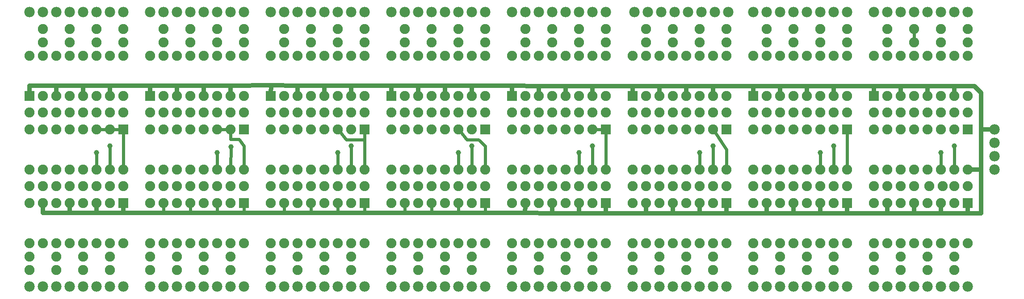
<source format=gtl>
G04 MADE WITH FRITZING*
G04 WWW.FRITZING.ORG*
G04 DOUBLE SIDED*
G04 HOLES PLATED*
G04 CONTOUR ON CENTER OF CONTOUR VECTOR*
%ASAXBY*%
%FSLAX23Y23*%
%MOIN*%
%OFA0B0*%
%SFA1.0B1.0*%
%ADD10C,0.039370*%
%ADD11C,0.078000*%
%ADD12C,0.075000*%
%ADD13R,0.075000X0.075000*%
%ADD14C,0.024000*%
%ADD15C,0.032000*%
%LNCOPPER1*%
G90*
G70*
G54D10*
X5257Y1179D03*
X5157Y1129D03*
X6057Y1129D03*
X6157Y1179D03*
X7057Y1179D03*
X6957Y1129D03*
X4356Y1179D03*
X4257Y1129D03*
X757Y1179D03*
X657Y1129D03*
X3456Y1179D03*
X3357Y1129D03*
X1658Y1175D03*
X1557Y1129D03*
X2457Y1129D03*
X2556Y1179D03*
G54D11*
X4457Y2179D03*
X4357Y2179D03*
X4257Y2179D03*
X4157Y2179D03*
X4057Y2179D03*
X3957Y2179D03*
X3857Y2179D03*
X3757Y2179D03*
X5369Y2179D03*
X5269Y2179D03*
X5169Y2179D03*
X5069Y2179D03*
X4969Y2179D03*
X4869Y2179D03*
X4769Y2179D03*
X4669Y2179D03*
X6257Y2179D03*
X6157Y2179D03*
X6057Y2179D03*
X5957Y2179D03*
X5857Y2179D03*
X5757Y2179D03*
X5657Y2179D03*
X5557Y2179D03*
X7157Y2179D03*
X7057Y2179D03*
X6957Y2179D03*
X6857Y2179D03*
X6757Y2179D03*
X6657Y2179D03*
X6557Y2179D03*
X6457Y2179D03*
G54D12*
X857Y1304D03*
X857Y1004D03*
X757Y1304D03*
X757Y1004D03*
X657Y1304D03*
X657Y1004D03*
X557Y1304D03*
X557Y1004D03*
X457Y1304D03*
X457Y1004D03*
X357Y1304D03*
X357Y1004D03*
X257Y1304D03*
X257Y1004D03*
X157Y1304D03*
X157Y1004D03*
X1757Y1304D03*
X1757Y1004D03*
X1657Y1304D03*
X1657Y1004D03*
X1557Y1304D03*
X1557Y1004D03*
X1457Y1304D03*
X1457Y1004D03*
X1357Y1304D03*
X1357Y1004D03*
X1257Y1304D03*
X1257Y1004D03*
X1157Y1304D03*
X1157Y1004D03*
X1057Y1304D03*
X1057Y1004D03*
X2657Y1304D03*
X2657Y1004D03*
X2557Y1304D03*
X2557Y1004D03*
X2457Y1304D03*
X2457Y1004D03*
X2357Y1304D03*
X2357Y1004D03*
X2257Y1304D03*
X2257Y1004D03*
X2157Y1304D03*
X2157Y1004D03*
X2057Y1304D03*
X2057Y1004D03*
X1957Y1304D03*
X1957Y1004D03*
X3557Y1304D03*
X3557Y1004D03*
X3457Y1304D03*
X3457Y1004D03*
X3357Y1304D03*
X3357Y1004D03*
X3257Y1304D03*
X3257Y1004D03*
X3157Y1304D03*
X3157Y1004D03*
X3057Y1304D03*
X3057Y1004D03*
X2957Y1304D03*
X2957Y1004D03*
X2857Y1304D03*
X2857Y1004D03*
X4457Y1304D03*
X4457Y1004D03*
X4357Y1304D03*
X4357Y1004D03*
X4257Y1304D03*
X4257Y1004D03*
X4157Y1304D03*
X4157Y1004D03*
X4057Y1304D03*
X4057Y1004D03*
X3957Y1304D03*
X3957Y1004D03*
X3857Y1304D03*
X3857Y1004D03*
X3757Y1304D03*
X3757Y1004D03*
X5357Y1304D03*
X5357Y1004D03*
X5257Y1304D03*
X5257Y1004D03*
X5157Y1304D03*
X5157Y1004D03*
X5057Y1304D03*
X5057Y1004D03*
X4957Y1304D03*
X4957Y1004D03*
X4857Y1304D03*
X4857Y1004D03*
X4757Y1304D03*
X4757Y1004D03*
X4657Y1304D03*
X4657Y1004D03*
X6257Y1304D03*
X6257Y1004D03*
X6157Y1304D03*
X6157Y1004D03*
X6057Y1304D03*
X6057Y1004D03*
X5957Y1304D03*
X5957Y1004D03*
X5857Y1304D03*
X5857Y1004D03*
X5757Y1304D03*
X5757Y1004D03*
X5657Y1304D03*
X5657Y1004D03*
X5557Y1304D03*
X5557Y1004D03*
X7157Y1304D03*
X7157Y1004D03*
X7057Y1304D03*
X7057Y1004D03*
X6957Y1304D03*
X6957Y1004D03*
X6857Y1304D03*
X6857Y1004D03*
X6757Y1304D03*
X6757Y1004D03*
X6657Y1304D03*
X6657Y1004D03*
X6557Y1304D03*
X6557Y1004D03*
X6457Y1304D03*
X6457Y1004D03*
G54D11*
X7357Y1304D03*
X7357Y1204D03*
X7357Y1104D03*
X7357Y1004D03*
G54D12*
X857Y754D03*
X857Y454D03*
X757Y754D03*
X757Y454D03*
X657Y754D03*
X657Y454D03*
X557Y754D03*
X557Y454D03*
X457Y754D03*
X457Y454D03*
X357Y754D03*
X357Y454D03*
X257Y754D03*
X257Y454D03*
X157Y754D03*
X157Y454D03*
X1757Y754D03*
X1757Y454D03*
X1657Y754D03*
X1657Y454D03*
X1557Y754D03*
X1557Y454D03*
X1457Y754D03*
X1457Y454D03*
X1357Y754D03*
X1357Y454D03*
X1257Y754D03*
X1257Y454D03*
X1157Y754D03*
X1157Y454D03*
X1057Y754D03*
X1057Y454D03*
X2657Y754D03*
X2657Y454D03*
X2557Y754D03*
X2557Y454D03*
X2457Y754D03*
X2457Y454D03*
X2357Y754D03*
X2357Y454D03*
X2257Y754D03*
X2257Y454D03*
X2157Y754D03*
X2157Y454D03*
X2057Y754D03*
X2057Y454D03*
X1957Y754D03*
X1957Y454D03*
X3557Y754D03*
X3557Y454D03*
X3457Y754D03*
X3457Y454D03*
X3357Y754D03*
X3357Y454D03*
X3257Y754D03*
X3257Y454D03*
X3157Y754D03*
X3157Y454D03*
X3057Y754D03*
X3057Y454D03*
X2957Y754D03*
X2957Y454D03*
X2857Y754D03*
X2857Y454D03*
X4457Y754D03*
X4457Y454D03*
X4357Y754D03*
X4357Y454D03*
X4257Y754D03*
X4257Y454D03*
X4157Y754D03*
X4157Y454D03*
X4057Y754D03*
X4057Y454D03*
X3957Y754D03*
X3957Y454D03*
X3857Y754D03*
X3857Y454D03*
X3757Y754D03*
X3757Y454D03*
X5357Y754D03*
X5357Y454D03*
X5257Y754D03*
X5257Y454D03*
X5157Y754D03*
X5157Y454D03*
X5057Y754D03*
X5057Y454D03*
X4957Y754D03*
X4957Y454D03*
X4857Y754D03*
X4857Y454D03*
X4757Y754D03*
X4757Y454D03*
X4657Y754D03*
X4657Y454D03*
X6257Y754D03*
X6257Y454D03*
X6157Y754D03*
X6157Y454D03*
X6057Y754D03*
X6057Y454D03*
X5957Y754D03*
X5957Y454D03*
X5857Y754D03*
X5857Y454D03*
X5757Y754D03*
X5757Y454D03*
X5657Y754D03*
X5657Y454D03*
X5557Y754D03*
X5557Y454D03*
X7156Y753D03*
X7156Y453D03*
X7056Y753D03*
X7056Y453D03*
X6956Y753D03*
X6956Y453D03*
X6856Y753D03*
X6856Y453D03*
X6756Y753D03*
X6756Y453D03*
X6656Y753D03*
X6656Y453D03*
X6556Y753D03*
X6556Y453D03*
X6456Y753D03*
X6456Y453D03*
X157Y1554D03*
X157Y1854D03*
X257Y1554D03*
X257Y1854D03*
X357Y1554D03*
X357Y1854D03*
X457Y1554D03*
X457Y1854D03*
X557Y1554D03*
X557Y1854D03*
X657Y1554D03*
X657Y1854D03*
X757Y1554D03*
X757Y1854D03*
X857Y1554D03*
X857Y1854D03*
X1057Y1554D03*
X1057Y1854D03*
X1157Y1554D03*
X1157Y1854D03*
X1257Y1554D03*
X1257Y1854D03*
X1357Y1554D03*
X1357Y1854D03*
X1457Y1554D03*
X1457Y1854D03*
X1557Y1554D03*
X1557Y1854D03*
X1657Y1554D03*
X1657Y1854D03*
X1757Y1554D03*
X1757Y1854D03*
X1957Y1554D03*
X1957Y1854D03*
X2057Y1554D03*
X2057Y1854D03*
X2157Y1554D03*
X2157Y1854D03*
X2257Y1554D03*
X2257Y1854D03*
X2357Y1554D03*
X2357Y1854D03*
X2457Y1554D03*
X2457Y1854D03*
X2557Y1554D03*
X2557Y1854D03*
X2657Y1554D03*
X2657Y1854D03*
X2857Y1554D03*
X2857Y1854D03*
X2957Y1554D03*
X2957Y1854D03*
X3057Y1554D03*
X3057Y1854D03*
X3157Y1554D03*
X3157Y1854D03*
X3257Y1554D03*
X3257Y1854D03*
X3357Y1554D03*
X3357Y1854D03*
X3457Y1554D03*
X3457Y1854D03*
X3557Y1554D03*
X3557Y1854D03*
X3757Y1554D03*
X3757Y1854D03*
X3857Y1554D03*
X3857Y1854D03*
X3957Y1554D03*
X3957Y1854D03*
X4057Y1554D03*
X4057Y1854D03*
X4157Y1554D03*
X4157Y1854D03*
X4257Y1554D03*
X4257Y1854D03*
X4357Y1554D03*
X4357Y1854D03*
X4457Y1554D03*
X4457Y1854D03*
X5557Y1553D03*
X5557Y1853D03*
X5657Y1553D03*
X5657Y1853D03*
X5757Y1553D03*
X5757Y1853D03*
X5857Y1553D03*
X5857Y1853D03*
X5957Y1553D03*
X5957Y1853D03*
X6057Y1553D03*
X6057Y1853D03*
X6157Y1553D03*
X6157Y1853D03*
X6257Y1553D03*
X6257Y1853D03*
X4657Y1554D03*
X4657Y1854D03*
X4757Y1554D03*
X4757Y1854D03*
X4857Y1554D03*
X4857Y1854D03*
X4957Y1554D03*
X4957Y1854D03*
X5057Y1554D03*
X5057Y1854D03*
X5157Y1554D03*
X5157Y1854D03*
X5257Y1554D03*
X5257Y1854D03*
X5357Y1554D03*
X5357Y1854D03*
X6457Y1553D03*
X6457Y1853D03*
X6557Y1553D03*
X6557Y1853D03*
X6657Y1553D03*
X6657Y1853D03*
X6757Y1553D03*
X6757Y1853D03*
X6857Y1553D03*
X6857Y1853D03*
X6957Y1553D03*
X6957Y1853D03*
X7057Y1553D03*
X7057Y1853D03*
X7157Y1553D03*
X7157Y1853D03*
X7157Y1954D03*
X7157Y2054D03*
X6757Y2054D03*
X6757Y1954D03*
X5357Y2054D03*
X5357Y1954D03*
X6257Y2054D03*
X6257Y1954D03*
X5157Y2054D03*
X5157Y1954D03*
X6057Y2054D03*
X6057Y1954D03*
X4957Y2054D03*
X4957Y1954D03*
X5857Y2054D03*
X5857Y1954D03*
X4757Y2054D03*
X4757Y1954D03*
X5657Y2054D03*
X5657Y1954D03*
X7057Y879D03*
X7157Y879D03*
X6869Y879D03*
X6969Y879D03*
X6657Y879D03*
X6757Y879D03*
X3757Y879D03*
X3857Y879D03*
X4657Y879D03*
X4757Y879D03*
X5557Y879D03*
X5657Y879D03*
X3957Y879D03*
X4057Y879D03*
X4857Y879D03*
X4957Y879D03*
X5757Y879D03*
X5857Y879D03*
X4157Y879D03*
X4257Y879D03*
X5057Y879D03*
X5157Y879D03*
X5957Y879D03*
X6057Y879D03*
X4357Y879D03*
X4457Y879D03*
X5257Y879D03*
X5357Y879D03*
X6157Y879D03*
X6257Y879D03*
X6457Y879D03*
X6557Y879D03*
X7057Y1429D03*
X7157Y1429D03*
X6657Y1429D03*
X6757Y1429D03*
X6957Y1429D03*
X6857Y1429D03*
X4357Y1429D03*
X4457Y1429D03*
X5257Y1429D03*
X5357Y1429D03*
X6157Y1429D03*
X6257Y1429D03*
X4257Y1429D03*
X4157Y1429D03*
X5157Y1429D03*
X5057Y1429D03*
X6057Y1429D03*
X5957Y1429D03*
X3957Y1429D03*
X4057Y1429D03*
X4857Y1429D03*
X4957Y1429D03*
X5757Y1429D03*
X5857Y1429D03*
X3857Y1429D03*
X3757Y1429D03*
X4757Y1429D03*
X4657Y1429D03*
X5657Y1429D03*
X5557Y1429D03*
X6557Y1429D03*
X6457Y1429D03*
X7057Y354D03*
X7057Y254D03*
X6857Y354D03*
X6857Y254D03*
X6657Y354D03*
X6657Y254D03*
X4357Y354D03*
X4357Y254D03*
X5257Y354D03*
X5257Y254D03*
X6157Y354D03*
X6157Y254D03*
X4157Y354D03*
X4157Y254D03*
X5057Y354D03*
X5057Y254D03*
X5957Y354D03*
X5957Y254D03*
X3957Y354D03*
X3957Y254D03*
X4857Y354D03*
X4857Y254D03*
X5757Y354D03*
X5757Y254D03*
X3757Y354D03*
X3757Y254D03*
X4657Y354D03*
X4657Y254D03*
X5557Y354D03*
X5557Y254D03*
X6457Y354D03*
X6457Y254D03*
X4457Y2054D03*
X4457Y1954D03*
X4257Y2054D03*
X4257Y1954D03*
X3857Y2054D03*
X3857Y1954D03*
X4057Y2054D03*
X4057Y1954D03*
G54D11*
X3757Y129D03*
X3857Y129D03*
X3957Y129D03*
X4057Y129D03*
X4157Y129D03*
X4257Y129D03*
X4357Y129D03*
X4457Y129D03*
X6457Y129D03*
X6557Y129D03*
X6657Y129D03*
X6757Y129D03*
X6857Y129D03*
X6957Y129D03*
X7057Y129D03*
X7157Y129D03*
X5557Y129D03*
X5657Y129D03*
X5757Y129D03*
X5857Y129D03*
X5957Y129D03*
X6057Y129D03*
X6157Y129D03*
X6257Y129D03*
X4657Y129D03*
X4757Y129D03*
X4857Y129D03*
X4957Y129D03*
X5057Y129D03*
X5157Y129D03*
X5257Y129D03*
X5357Y129D03*
G54D12*
X6957Y1954D03*
X6957Y2054D03*
X6557Y2054D03*
X6557Y1954D03*
G54D11*
X3557Y2179D03*
X3457Y2179D03*
X3357Y2179D03*
X3257Y2179D03*
X3157Y2179D03*
X3057Y2179D03*
X2957Y2179D03*
X2857Y2179D03*
X2657Y2179D03*
X2557Y2179D03*
X2457Y2179D03*
X2357Y2179D03*
X2257Y2179D03*
X2157Y2179D03*
X2057Y2179D03*
X1957Y2179D03*
X1757Y2179D03*
X1657Y2179D03*
X1557Y2179D03*
X1457Y2179D03*
X1357Y2179D03*
X1257Y2179D03*
X1157Y2179D03*
X1057Y2179D03*
X857Y2179D03*
X757Y2179D03*
X657Y2179D03*
X557Y2179D03*
X457Y2179D03*
X357Y2179D03*
X257Y2179D03*
X157Y2179D03*
G54D12*
X3557Y2054D03*
X3557Y1954D03*
X3357Y2054D03*
X3357Y1954D03*
X3157Y2054D03*
X3157Y1954D03*
X2957Y2054D03*
X2957Y1954D03*
X2057Y2054D03*
X2057Y1954D03*
X2457Y2054D03*
X2457Y1954D03*
X2257Y2054D03*
X2257Y1954D03*
X2657Y2054D03*
X2657Y1954D03*
X1157Y2054D03*
X1157Y1954D03*
X1557Y2054D03*
X1557Y1954D03*
X1357Y2054D03*
X1357Y1954D03*
X1757Y2054D03*
X1757Y1954D03*
X257Y2054D03*
X257Y1954D03*
X657Y2054D03*
X657Y1954D03*
X457Y2054D03*
X457Y1954D03*
X857Y2054D03*
X857Y1954D03*
X3457Y1429D03*
X3557Y1429D03*
X3357Y1429D03*
X3257Y1429D03*
X3057Y1429D03*
X3157Y1429D03*
X2957Y1429D03*
X2857Y1429D03*
X2557Y1429D03*
X2657Y1429D03*
X2457Y1429D03*
X2357Y1429D03*
X2157Y1429D03*
X2257Y1429D03*
X2057Y1429D03*
X1957Y1429D03*
X1657Y1429D03*
X1757Y1429D03*
X1557Y1429D03*
X1457Y1429D03*
X1257Y1429D03*
X1357Y1429D03*
X1157Y1429D03*
X1057Y1429D03*
X757Y1429D03*
X857Y1429D03*
X657Y1429D03*
X557Y1429D03*
X357Y1429D03*
X457Y1429D03*
X257Y1429D03*
X157Y1429D03*
X2857Y879D03*
X2957Y879D03*
X3057Y879D03*
X3157Y879D03*
X3257Y879D03*
X3357Y879D03*
X3457Y879D03*
X3557Y879D03*
X1957Y879D03*
X2057Y879D03*
X2157Y879D03*
X2257Y879D03*
X2357Y879D03*
X2457Y879D03*
X2557Y879D03*
X2657Y879D03*
X1057Y879D03*
X1157Y879D03*
X1257Y879D03*
X1357Y879D03*
X1457Y879D03*
X1557Y879D03*
X1657Y879D03*
X1757Y879D03*
X157Y879D03*
X257Y879D03*
X357Y879D03*
X457Y879D03*
X557Y879D03*
X657Y879D03*
X757Y879D03*
X857Y879D03*
G54D11*
X2857Y129D03*
X2957Y129D03*
X3057Y129D03*
X3157Y129D03*
X3257Y129D03*
X3357Y129D03*
X3457Y129D03*
X3557Y129D03*
X1957Y129D03*
X2057Y129D03*
X2157Y129D03*
X2257Y129D03*
X2357Y129D03*
X2457Y129D03*
X2557Y129D03*
X2657Y129D03*
X1057Y129D03*
X1157Y129D03*
X1257Y129D03*
X1357Y129D03*
X1457Y129D03*
X1557Y129D03*
X1657Y129D03*
X1757Y129D03*
X157Y129D03*
X257Y129D03*
X357Y129D03*
X457Y129D03*
X557Y129D03*
X657Y129D03*
X757Y129D03*
X857Y129D03*
G54D12*
X3457Y354D03*
X3457Y254D03*
X3257Y354D03*
X3257Y254D03*
X3057Y354D03*
X3057Y254D03*
X2857Y354D03*
X2857Y254D03*
X2557Y354D03*
X2557Y254D03*
X2357Y354D03*
X2357Y254D03*
X2157Y354D03*
X2157Y254D03*
X1957Y354D03*
X1957Y254D03*
X1657Y354D03*
X1657Y254D03*
X1457Y354D03*
X1457Y254D03*
X1257Y354D03*
X1257Y254D03*
X1057Y354D03*
X1057Y254D03*
X757Y354D03*
X757Y254D03*
X557Y354D03*
X557Y254D03*
X357Y354D03*
X357Y254D03*
X157Y354D03*
X157Y254D03*
G54D13*
X857Y1304D03*
X1757Y1304D03*
X2657Y1304D03*
X3557Y1304D03*
X4457Y1304D03*
X5357Y1304D03*
X6257Y1304D03*
X7157Y1304D03*
X857Y754D03*
X1757Y754D03*
X2657Y754D03*
X3557Y754D03*
X4457Y754D03*
X5357Y754D03*
X6257Y754D03*
X7156Y753D03*
X157Y1554D03*
X1057Y1554D03*
X1957Y1554D03*
X2857Y1554D03*
X3757Y1554D03*
X5557Y1553D03*
X4657Y1554D03*
X6457Y1553D03*
G54D14*
X6057Y1121D02*
X6057Y1021D01*
D02*
X5157Y1121D02*
X5157Y1021D01*
D02*
X5257Y1171D02*
X5257Y1021D01*
D02*
X4439Y1304D02*
X4374Y1304D01*
D02*
X4457Y1021D02*
X4457Y1286D01*
D02*
X5356Y1154D02*
X5266Y1289D01*
D02*
X5357Y1021D02*
X5356Y1154D01*
D02*
X6257Y1021D02*
X6257Y1286D01*
D02*
X6957Y1021D02*
X6957Y1121D01*
D02*
X6157Y1021D02*
X6157Y1171D01*
D02*
X4357Y1021D02*
X4356Y1171D01*
D02*
X7057Y1021D02*
X7057Y1171D01*
D02*
X4257Y1021D02*
X4257Y1121D01*
G54D15*
D02*
X7256Y1578D02*
X7257Y1303D01*
D02*
X7257Y1303D02*
X7338Y1304D01*
D02*
X7257Y1004D02*
X7257Y1303D01*
D02*
X7257Y1004D02*
X7174Y1004D01*
D02*
X7206Y1628D02*
X7256Y1578D01*
D02*
X7057Y1628D02*
X7206Y1628D01*
D02*
X7057Y1628D02*
X7057Y1570D01*
D02*
X6856Y1628D02*
X7057Y1628D01*
D02*
X6856Y1628D02*
X6857Y1570D01*
D02*
X6656Y1628D02*
X6856Y1628D01*
D02*
X6656Y1628D02*
X6657Y1570D01*
D02*
X6457Y1628D02*
X6656Y1628D01*
D02*
X6457Y1628D02*
X6457Y1570D01*
D02*
X6157Y1628D02*
X6457Y1628D01*
D02*
X6157Y1571D02*
X6157Y1628D01*
D02*
X6157Y1628D02*
X5957Y1628D01*
D02*
X5957Y1571D02*
X5957Y1628D01*
D02*
X5957Y1628D02*
X5756Y1628D01*
D02*
X5757Y1571D02*
X5756Y1628D01*
D02*
X5756Y1628D02*
X5556Y1628D01*
D02*
X5556Y1628D02*
X5257Y1628D01*
D02*
X5257Y1628D02*
X5057Y1628D01*
D02*
X5057Y1628D02*
X4857Y1628D01*
D02*
X4857Y1628D02*
X4656Y1628D01*
D02*
X5557Y1571D02*
X5556Y1628D01*
D02*
X5257Y1571D02*
X5257Y1628D01*
D02*
X5057Y1571D02*
X5057Y1628D01*
D02*
X4656Y1628D02*
X4357Y1628D01*
D02*
X3957Y1628D02*
X4157Y1628D01*
D02*
X3757Y1571D02*
X3757Y1630D01*
D02*
X3757Y1630D02*
X3957Y1628D01*
D02*
X4857Y1571D02*
X4857Y1628D01*
D02*
X3957Y1571D02*
X3957Y1628D01*
D02*
X4157Y1571D02*
X4157Y1628D01*
D02*
X4157Y1628D02*
X4357Y1628D01*
D02*
X4657Y1571D02*
X4656Y1628D01*
D02*
X4357Y1628D02*
X4357Y1571D01*
D02*
X7157Y678D02*
X7256Y678D01*
D02*
X6956Y678D02*
X6956Y736D01*
D02*
X6757Y678D02*
X6956Y678D01*
D02*
X6757Y678D02*
X6557Y678D01*
D02*
X7157Y678D02*
X7156Y736D01*
D02*
X6956Y678D02*
X7157Y678D01*
D02*
X6557Y678D02*
X6556Y736D01*
D02*
X7256Y678D02*
X7257Y1004D01*
D02*
X6257Y678D02*
X6056Y678D01*
D02*
X5657Y678D02*
X5357Y678D01*
D02*
X5856Y678D02*
X5657Y678D01*
D02*
X6056Y678D02*
X5856Y678D01*
D02*
X6257Y678D02*
X6257Y736D01*
D02*
X5657Y678D02*
X5657Y736D01*
D02*
X6557Y678D02*
X6257Y678D01*
D02*
X6056Y678D02*
X6057Y736D01*
D02*
X5856Y678D02*
X5856Y736D01*
D02*
X6756Y736D02*
X6757Y678D01*
D02*
X4257Y678D02*
X4056Y678D01*
D02*
X4457Y678D02*
X4257Y678D01*
D02*
X4757Y678D02*
X4457Y678D01*
D02*
X4956Y678D02*
X4757Y678D01*
D02*
X4757Y678D02*
X4757Y736D01*
D02*
X5357Y678D02*
X5357Y736D01*
D02*
X5157Y678D02*
X4956Y678D01*
D02*
X5357Y678D02*
X5157Y678D01*
D02*
X4956Y678D02*
X4957Y736D01*
D02*
X5157Y678D02*
X5157Y736D01*
D02*
X4457Y678D02*
X4457Y736D01*
D02*
X4257Y678D02*
X4257Y736D01*
D02*
X4056Y678D02*
X4057Y736D01*
D02*
X4056Y678D02*
X3854Y679D01*
D02*
X3854Y679D02*
X3856Y736D01*
G54D14*
D02*
X739Y1304D02*
X674Y1304D01*
D02*
X2657Y1228D02*
X2657Y1286D01*
D02*
X2518Y1228D02*
X2657Y1228D01*
D02*
X2657Y1228D02*
X2657Y1021D01*
D02*
X2468Y1290D02*
X2518Y1228D01*
D02*
X3507Y1228D02*
X3419Y1228D01*
D02*
X3419Y1228D02*
X3368Y1290D01*
D02*
X3557Y1179D02*
X3507Y1228D01*
D02*
X3557Y1021D02*
X3557Y1179D01*
D02*
X3357Y1121D02*
X3357Y1021D01*
D02*
X3456Y1171D02*
X3457Y1021D01*
D02*
X657Y1121D02*
X657Y1021D01*
D02*
X757Y1171D02*
X757Y1021D01*
D02*
X1720Y1229D02*
X1657Y1229D01*
D02*
X1657Y1229D02*
X1657Y1286D01*
D02*
X1639Y1304D02*
X1574Y1304D01*
D02*
X1757Y1179D02*
X1720Y1229D01*
D02*
X1757Y1021D02*
X1757Y1179D01*
D02*
X1658Y1167D02*
X1657Y1021D01*
D02*
X1557Y1121D02*
X1557Y1021D01*
D02*
X857Y1021D02*
X857Y1286D01*
D02*
X839Y1304D02*
X774Y1304D01*
D02*
X2457Y1121D02*
X2457Y1021D01*
D02*
X2556Y1171D02*
X2557Y1021D01*
G54D15*
D02*
X457Y679D02*
X457Y736D01*
D02*
X657Y679D02*
X657Y736D01*
D02*
X856Y679D02*
X857Y736D01*
D02*
X856Y679D02*
X657Y679D01*
D02*
X657Y679D02*
X457Y679D01*
D02*
X457Y679D02*
X257Y679D01*
D02*
X257Y679D02*
X257Y736D01*
D02*
X2457Y679D02*
X2257Y679D01*
D02*
X2257Y679D02*
X2057Y679D01*
D02*
X2656Y679D02*
X2457Y679D01*
D02*
X3157Y679D02*
X2957Y679D01*
D02*
X3357Y679D02*
X3157Y679D01*
D02*
X2957Y679D02*
X2656Y679D01*
D02*
X1356Y679D02*
X1156Y679D01*
D02*
X3854Y679D02*
X3557Y679D01*
D02*
X2057Y679D02*
X1756Y679D01*
D02*
X1156Y679D02*
X856Y679D01*
D02*
X1556Y679D02*
X1356Y679D01*
D02*
X1756Y679D02*
X1556Y679D01*
D02*
X3557Y679D02*
X3357Y679D01*
G54D14*
D02*
X6757Y2036D02*
X6757Y1971D01*
G54D15*
D02*
X1960Y1632D02*
X1656Y1630D01*
D02*
X2156Y1630D02*
X1960Y1632D01*
D02*
X1656Y1630D02*
X1457Y1630D01*
D02*
X2556Y1630D02*
X2357Y1630D01*
D02*
X2857Y1630D02*
X2556Y1630D01*
D02*
X3456Y1630D02*
X3257Y1630D01*
D02*
X3056Y1630D02*
X2857Y1630D01*
D02*
X3257Y1630D02*
X3056Y1630D01*
D02*
X2357Y1630D02*
X2156Y1630D01*
D02*
X557Y1630D02*
X356Y1630D01*
D02*
X356Y1630D02*
X157Y1630D01*
D02*
X3757Y1630D02*
X3456Y1630D01*
D02*
X1457Y1630D02*
X1256Y1630D01*
D02*
X157Y1630D02*
X157Y1571D01*
D02*
X1057Y1630D02*
X756Y1630D01*
D02*
X1256Y1630D02*
X1057Y1630D01*
D02*
X756Y1630D02*
X557Y1630D01*
D02*
X356Y1630D02*
X357Y1571D01*
D02*
X557Y1630D02*
X557Y1571D01*
D02*
X756Y1630D02*
X756Y1571D01*
D02*
X1057Y1630D02*
X1057Y1571D01*
D02*
X1656Y1630D02*
X1656Y1571D01*
D02*
X1457Y1630D02*
X1457Y1571D01*
D02*
X1256Y1630D02*
X1257Y1571D01*
D02*
X3456Y1630D02*
X3456Y1571D01*
D02*
X3257Y1630D02*
X3257Y1571D01*
D02*
X3056Y1630D02*
X3057Y1571D01*
D02*
X2857Y1630D02*
X2857Y1571D01*
D02*
X2556Y1630D02*
X2556Y1571D01*
D02*
X2357Y1630D02*
X2357Y1571D01*
D02*
X2156Y1630D02*
X2157Y1571D01*
D02*
X1960Y1632D02*
X1957Y1571D01*
G54D14*
D02*
X1756Y679D02*
X1757Y736D01*
D02*
X1556Y679D02*
X1557Y736D01*
D02*
X1356Y679D02*
X1357Y736D01*
D02*
X1156Y679D02*
X1157Y736D01*
D02*
X2057Y679D02*
X2057Y736D01*
D02*
X2257Y679D02*
X2257Y736D01*
D02*
X2457Y679D02*
X2457Y736D01*
D02*
X2656Y679D02*
X2657Y736D01*
D02*
X3557Y679D02*
X3557Y736D01*
D02*
X3357Y679D02*
X3357Y736D01*
D02*
X3157Y679D02*
X3157Y736D01*
D02*
X2957Y679D02*
X2957Y736D01*
G04 End of Copper1*
M02*
</source>
